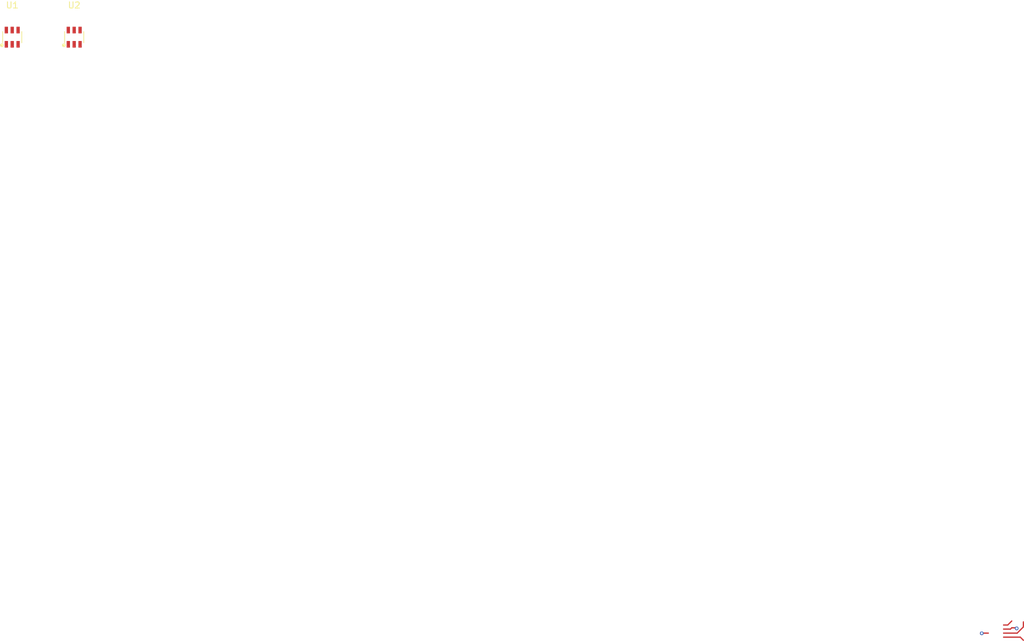
<source format=kicad_pcb>
(kicad_pcb (version 20241229) (generator "pcbnew") (generator_version "9.0")
  (layers (0 "F.Cu" signal) (2 "B.Cu" signal) (13 "F.Paste" user) (15 "B.Paste" user) (5 "F.SilkS" user "F.Silkscreen") (7 "B.SilkS" user "B.Silkscreen") (1 "F.Mask" user) (3 "B.Mask" user) (25 "Edge.Cuts" user))
  (net 0 "")
  (net 3 "gnd")
  (net 4 "dacs[0]-VOUT")
  (net 5 "SDA")
  (net 6 "VDD")
  (net 7 "SCL")
  (net 8 "dacs[1]-VOUT")
  (footprint "atopile:SOT-23-6_L2.9-W1.6-P0.95-LS2.8-BL-d2c740" (layer "F.Cu") (at 0 0 0)
    (property "Reference" "U1" (at 0 -5.15 0) (layer "F.SilkS") (hide no))
    (property "Value" "")
    (fp_line (start 1.54 0.89) (end 1.54 -0.89) (stroke (width 0.15)) (layer "F.SilkS"))
    (fp_line (start -1.54 0.89) (end -1.54 -0.89) (stroke (width 0.15)) (layer "F.SilkS"))
    (fp_circle (center -1.67 1.3) (end -1.52 1.3) (stroke (width 0.3)) (fill no) (layer "F.SilkS"))
    (fp_text user "${REFERENCE}" (at 0 -5.15 0) (layer "F.SilkS"))
    (pad "1" smd rect (at -0.95 1.15 0) (size 0.53 1.07) (layers "F.Cu" "F.Paste" "F.Mask") (net 4 "dacs[0]-VOUT"))
    (pad "2" smd rect (at 0 1.15 0) (size 0.53 1.07) (layers "F.Cu" "F.Paste" "F.Mask") (net 3 "gnd"))
    (pad "3" smd rect (at 0.95 1.15 0) (size 0.53 1.07) (layers "F.Cu" "F.Paste" "F.Mask") (net 6 "VDD"))
    (pad "4" smd rect (at 0.95 -1.15 0) (size 0.53 1.07) (layers "F.Cu" "F.Paste" "F.Mask") (net 5 "SDA"))
    (pad "5" smd rect (at 0 -1.15 0) (size 0.53 1.07) (layers "F.Cu" "F.Paste" "F.Mask") (net 7 "SCL"))
    (pad "6" smd rect (at -0.95 -1.15 0) (size 0.53 1.07) (layers "F.Cu" "F.Paste" "F.Mask") (net 3 "gnd"))
  )
  (footprint "atopile:SOT-23-6_L2.9-W1.6-P0.95-LS2.8-BL-d2c740" (layer "F.Cu") (at 10 0 0)
    (property "Reference" "U2" (at 0 -5.15 0) (layer "F.SilkS") (hide no))
    (property "Value" "")
    (fp_line (start 1.54 0.89) (end 1.54 -0.89) (stroke (width 0.15)) (layer "F.SilkS"))
    (fp_line (start -1.54 0.89) (end -1.54 -0.89) (stroke (width 0.15)) (layer "F.SilkS"))
    (fp_circle (center -1.67 1.3) (end -1.52 1.3) (stroke (width 0.3)) (fill no) (layer "F.SilkS"))
    (fp_text user "${REFERENCE}" (at 0 -5.15 0) (layer "F.SilkS"))
    (pad "1" smd rect (at -0.95 1.15 0) (size 0.53 1.07) (layers "F.Cu" "F.Paste" "F.Mask") (net 8 "dacs[1]-VOUT"))
    (pad "2" smd rect (at 0 1.15 0) (size 0.53 1.07) (layers "F.Cu" "F.Paste" "F.Mask") (net 3 "gnd"))
    (pad "3" smd rect (at 0.95 1.15 0) (size 0.53 1.07) (layers "F.Cu" "F.Paste" "F.Mask") (net 6 "VDD"))
    (pad "4" smd rect (at 0.95 -1.15 0) (size 0.53 1.07) (layers "F.Cu" "F.Paste" "F.Mask") (net 5 "SDA"))
    (pad "5" smd rect (at 0 -1.15 0) (size 0.53 1.07) (layers "F.Cu" "F.Paste" "F.Mask") (net 7 "SCL"))
    (pad "6" smd rect (at -0.95 -1.15 0) (size 0.53 1.07) (layers "F.Cu" "F.Paste" "F.Mask") (net 6 "VDD"))
  )
  (via (at 156.44 96.19) (size 0.6) (drill 0.3) (layers "F.Cu" "B.Cu") (net 0))
  (via (at 162.071837 95.394634) (size 0.6) (drill 0.3) (layers "F.Cu" "B.Cu") (net 0))
  (segment (start 160.63 94.85) (end 161.28 94.2) (width 0.2) (net 0) (layer "F.Cu"))
  (segment (start 159.96 94.85) (end 160.63 94.85) (width 0.2) (net 0) (layer "F.Cu"))
  (segment (start 159.96 96.81) (end 162.66 96.81) (width 0.2) (net 0) (layer "F.Cu"))
  (segment (start 162.66 96.81) (end 163.16 97.31) (width 0.2) (net 0) (layer "F.Cu"))
  (segment (start 163.16 95.155) (end 162.155 96.16) (width 0.2) (net 0) (layer "F.Cu"))
  (segment (start 162.155 96.16) (end 159.96 96.16) (width 0.2) (net 0) (layer "F.Cu"))
  (segment (start 163.16 94.35) (end 163.16 95.155) (width 0.2) (net 0) (layer "F.Cu"))
  (segment (start 157.5 96.16) (end 156.47 96.16) (width 0.2) (net 0) (layer "F.Cu"))
  (segment (start 161.28 95.3) (end 161.07 95.51) (width 0.2) (net 0) (layer "F.Cu"))
  (segment (start 161.07 95.51) (end 159.96 95.51) (width 0.2) (net 0) (layer "F.Cu"))
  (segment (start 161.977203 95.3) (end 162.071837 95.394634) (width 0.2) (net 0) (layer "F.Cu"))
  (segment (start 161.28 95.3) (end 161.977203 95.3) (width 0.2) (net 0) (layer "F.Cu"))
  (segment (start 156.47 96.16) (end 156.44 96.19) (width 0.2) (net 0) (layer "F.Cu"))
)
</source>
